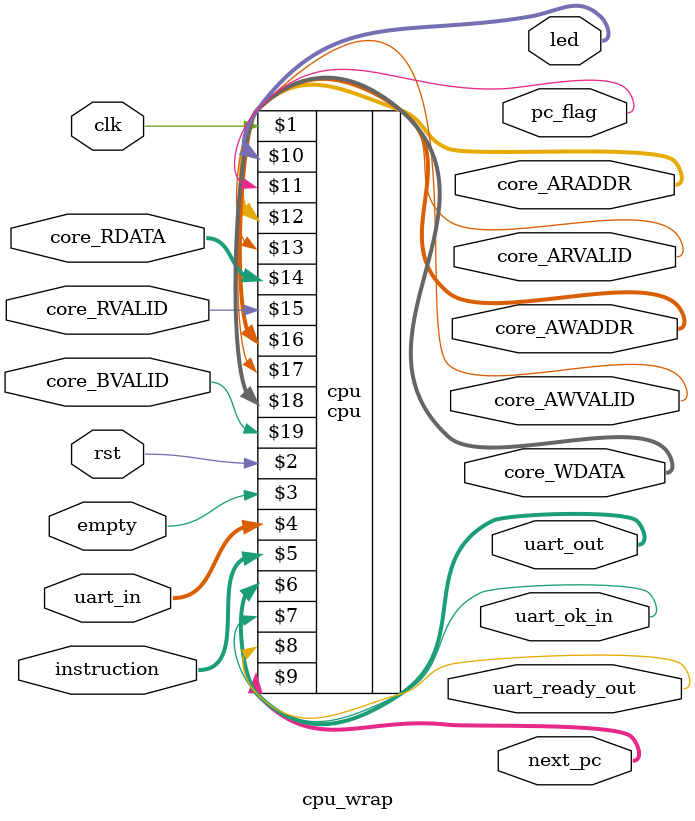
<source format=v>
`timescale  1ns/1ps
`default_nettype none

module cpu_wrap(
    input wire clk,
    input wire rst,
    input wire empty,
    input wire [7:0] uart_in,
    input wire [31:0] instruction,
    output wire [7:0] uart_out,
    output wire uart_ok_in,
    output wire uart_ready_out,
    output wire [31:0] next_pc,
    output wire [15:0] led,
    output wire pc_flag,
    //AR
	output wire [31:0] core_ARADDR,
	output wire 	   core_ARVALID,

    //R
	input wire [31:0] core_RDATA,
    input wire        core_RVALID,

    //AW
	output wire [31:0] core_AWADDR,
	output wire        core_AWVALID,

    //W
	output wire [31:0] core_WDATA,

    //B
    input wire core_BVALID
);
    
    cpu cpu(clk, rst, empty, uart_in, instruction, uart_out, uart_ok_in, uart_ready_out, next_pc, led, pc_flag,
            core_ARADDR, core_ARVALID, core_RDATA, core_RVALID, core_AWADDR, core_AWVALID, core_WDATA, core_BVALID);
endmodule

`default_nettype wire
</source>
